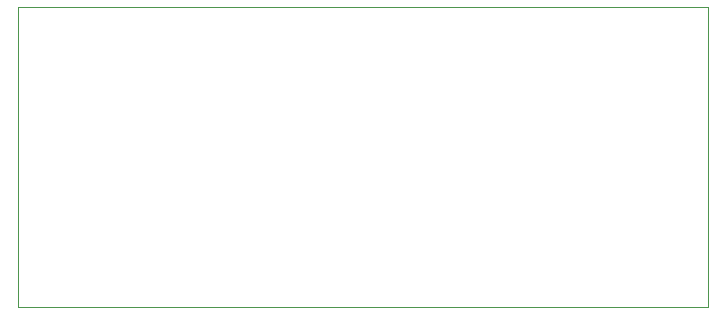
<source format=gbr>
%TF.GenerationSoftware,KiCad,Pcbnew,(5.1.9)-1*%
%TF.CreationDate,2021-06-29T18:38:44+03:00*%
%TF.ProjectId,driver,64726976-6572-42e6-9b69-6361645f7063,rev?*%
%TF.SameCoordinates,Original*%
%TF.FileFunction,Profile,NP*%
%FSLAX46Y46*%
G04 Gerber Fmt 4.6, Leading zero omitted, Abs format (unit mm)*
G04 Created by KiCad (PCBNEW (5.1.9)-1) date 2021-06-29 18:38:44*
%MOMM*%
%LPD*%
G01*
G04 APERTURE LIST*
%TA.AperFunction,Profile*%
%ADD10C,0.050000*%
%TD*%
G04 APERTURE END LIST*
D10*
X119380000Y-110490000D02*
X119380000Y-85090000D01*
X177800000Y-110490000D02*
X119380000Y-110490000D01*
X177800000Y-85090000D02*
X177800000Y-110490000D01*
X119380000Y-85090000D02*
X177800000Y-85090000D01*
M02*

</source>
